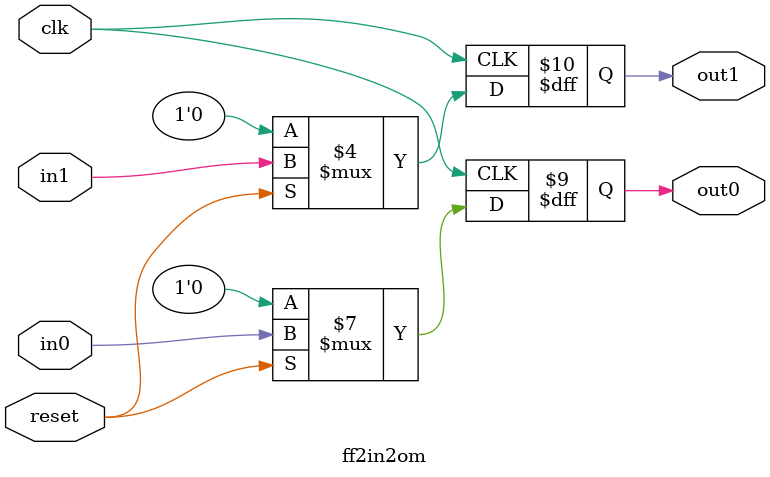
<source format=v>


  module ff2in2om(
      input clk,
      input reset,
      // Inputs, are 2
      input wire  in0,
      input wire  in1,
      // Outputs, are 2
      output reg  out0,
      output reg out1
  );
  // Each positive edge of the clock make these changes
  always @(posedge clk)
  //If this happens on a positive edge of the clock, make the following changes for the next clock edge
  begin
    // Reset synchronous
    if (reset == 0) // If reset in LOW nonblobking assing zero
    begin
      out0 <= 0;
      out1 <= 0;
    end // end if
    else begin // reset  == 1
      out0 <= in0;
      out1 <= in1;
    end // end else
  end // end always posedge clk

endmodule

// Local Variables:
// verilog-library-directories:("."):
// End:

</source>
